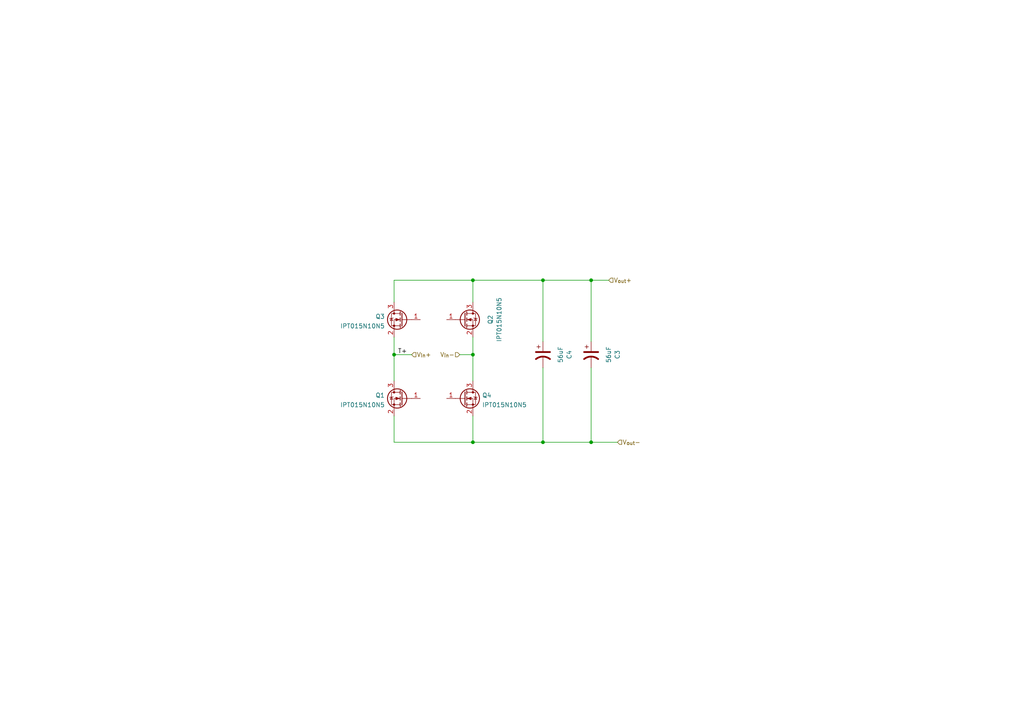
<source format=kicad_sch>
(kicad_sch (version 20210621) (generator eeschema)
  (paper "A4")
  (lib_symbols
    (symbol "Device:C_Polarized_US" (pin_numbers hide) (pin_names (offset 0.254) hide)
      (property "Reference" "C" (at 0.635 2.54 0))
      (property "Value" "C_Polarized_US" (at 0.635 -2.54 0))
      (symbol "C_Polarized_US_0_1"
        (polyline (pts (xy -2.032 0.762) (xy 2.032 0.762)) (stroke (width 0.508)))
        (polyline (pts (xy -1.778 2.286) (xy -0.762 2.286)))
        (polyline (pts (xy -1.27 1.778) (xy -1.27 2.794)))
        (arc (start 2.032 -1.27) (mid 0 -0.5572) (end -2.032 -1.27) (stroke (width 0.508)))
      )
      (symbol "C_Polarized_US_1_1"
        (pin passive line (at 0 3.81 270) (length 2.794) (name "~") (number "1"))
        (pin passive line (at 0 -3.81 90) (length 3.302) (name "~") (number "2"))
      )
    )
    (symbol "Transistor_FET:IPT015N10N5" (pin_names hide)
      (property "Reference" "Q" (at 5.08 1.905 0))
      (property "Value" "IPT015N10N5" (at 5.08 0 0))
      (symbol "IPT015N10N5_0_1"
        (polyline (pts (xy 0.254 0) (xy -2.54 0)))
        (polyline (pts (xy 0.254 1.905) (xy 0.254 -1.905)) (stroke (width 0.254)))
        (polyline (pts (xy 0.762 -1.27) (xy 0.762 -2.286)) (stroke (width 0.254)))
        (polyline (pts (xy 0.762 0.508) (xy 0.762 -0.508)) (stroke (width 0.254)))
        (polyline (pts (xy 0.762 2.286) (xy 0.762 1.27)) (stroke (width 0.254)))
        (polyline (pts (xy 2.54 2.54) (xy 2.54 1.778)))
        (polyline (pts (xy 2.54 -2.54) (xy 2.54 0) (xy 0.762 0)))
        (polyline (pts (xy 0.762 -1.778) (xy 3.302 -1.778) (xy 3.302 1.778) (xy 0.762 1.778)))
        (polyline (pts (xy 1.016 0) (xy 2.032 0.381) (xy 2.032 -0.381) (xy 1.016 0)) (fill (type outline)))
        (polyline (pts (xy 2.794 0.508) (xy 2.921 0.381) (xy 3.683 0.381) (xy 3.81 0.254)))
        (polyline (pts (xy 3.302 0.381) (xy 2.921 -0.254) (xy 3.683 -0.254) (xy 3.302 0.381)))
        (circle (center 1.651 0) (radius 2.794) (stroke (width 0.254)))
        (circle (center 2.54 -1.778) (radius 0.254) (fill (type outline)))
        (circle (center 2.54 1.778) (radius 0.254) (fill (type outline)))
      )
      (symbol "IPT015N10N5_1_1"
        (pin input line (at -5.08 0 0) (length 2.54) (name "G") (number "1"))
        (pin passive line (at 2.54 -5.08 90) (length 2.54) (name "S") (number "2"))
        (pin passive line (at 2.54 5.08 270) (length 2.54) (name "D") (number "3"))
      )
    )
  )
  (junction (at 137.16 128.27))
  (junction (at 157.48 128.27))
  (junction (at 171.45 128.27))
  (junction (at 171.45 81.28))
  (junction (at 137.16 102.87))
  (junction (at 157.48 81.28))
  (junction (at 114.3 102.87))
  (junction (at 137.16 81.28))
  (wire (pts (xy 171.45 106.68) (xy 171.45 128.27)))
  (wire (pts (xy 137.16 81.28) (xy 137.16 87.63)))
  (wire (pts (xy 119.38 102.87) (xy 114.3 102.87)))
  (wire (pts (xy 114.3 102.87) (xy 114.3 110.49)))
  (wire (pts (xy 114.3 97.79) (xy 114.3 102.87)))
  (wire (pts (xy 137.16 120.65) (xy 137.16 128.27)))
  (wire (pts (xy 114.3 120.65) (xy 114.3 128.27)))
  (wire (pts (xy 114.3 128.27) (xy 137.16 128.27)))
  (wire (pts (xy 114.3 81.28) (xy 137.16 81.28)))
  (wire (pts (xy 114.3 87.63) (xy 114.3 81.28)))
  (wire (pts (xy 171.45 81.28) (xy 176.53 81.28)))
  (wire (pts (xy 137.16 81.28) (xy 157.48 81.28)))
  (wire (pts (xy 157.48 81.28) (xy 171.45 81.28)))
  (wire (pts (xy 157.48 106.68) (xy 157.48 128.27)))
  (wire (pts (xy 137.16 102.87) (xy 137.16 97.79)))
  (wire (pts (xy 157.48 81.28) (xy 157.48 99.06)))
  (wire (pts (xy 171.45 128.27) (xy 179.07 128.27)))
  (wire (pts (xy 157.48 128.27) (xy 171.45 128.27)))
  (wire (pts (xy 137.16 128.27) (xy 157.48 128.27)))
  (wire (pts (xy 171.45 81.28) (xy 171.45 99.06)))
  (wire (pts (xy 137.16 102.87) (xy 137.16 110.49)))
  (wire (pts (xy 133.35 102.87) (xy 137.16 102.87)))
  (label "T+" (at 118.11 102.87 180))
  (hierarchical_label "V_{out}-" (shape input) (at 179.07 128.27 0))
  (hierarchical_label "V_{in}-" (shape input) (at 133.35 102.87 180))
  (hierarchical_label "V_{out}+" (shape input) (at 176.53 81.28 0))
  (hierarchical_label "V_{in}+" (shape input) (at 119.38 102.87 0))
  (symbol (lib_id "Transistor_FET:IPT015N10N5") (at 116.84 115.57 0) (mirror y) (unit 1)
    (property "Reference" "Q1" (at 111.633 114.6615 0) (effects (justify left)))
    (property "Value" "IPT015N10N5" (at 111.633 117.4366 0) (effects (justify left)))
    (property "Footprint" "Package_TO_SOT_SMD:Infineon_PG-HSOF-8-1" (effects hide))
    (property "Datasheet" "http://www.infineon.com/dgdl/Infineon-IPT015N10N5-DS-v02_01-EN.pdf?fileId=5546d4624a75e5f1014ac94680661aff" (effects hide))
  )
  (symbol (lib_id "Transistor_FET:IPT015N10N5") (at 116.84 92.71 0) (mirror y) (unit 1)
    (property "Reference" "Q3" (at 111.633 91.8015 0) (effects (justify left)))
    (property "Value" "IPT015N10N5" (at 111.633 94.5766 0) (effects (justify left)))
    (property "Footprint" "Package_TO_SOT_SMD:Infineon_PG-HSOF-8-1" (effects hide))
    (property "Datasheet" "http://www.infineon.com/dgdl/Infineon-IPT015N10N5-DS-v02_01-EN.pdf?fileId=5546d4624a75e5f1014ac94680661aff" (effects hide))
  )
  (symbol (lib_id "Transistor_FET:IPT015N10N5") (at 134.62 115.57 0) (unit 1)
    (property "Reference" "Q4" (at 139.827 114.6615 0) (effects (justify left)))
    (property "Value" "IPT015N10N5" (at 139.827 117.4366 0) (effects (justify left)))
    (property "Footprint" "Package_TO_SOT_SMD:Infineon_PG-HSOF-8-1" (effects hide))
    (property "Datasheet" "http://www.infineon.com/dgdl/Infineon-IPT015N10N5-DS-v02_01-EN.pdf?fileId=5546d4624a75e5f1014ac94680661aff" (effects hide))
  )
  (symbol (lib_id "Device:C_Polarized_US") (at 171.45 102.87 0) (unit 1)
    (property "Reference" "C3" (at 179.07 102.87 90))
    (property "Value" "56uF" (at 176.53 102.87 90))
    (property "Footprint" "Capacitor_THT:CP_Radial_D40.0mm_P10.00mm_SnapIn" (effects hide))
  )
  (symbol (lib_id "Device:C_Polarized_US") (at 157.48 102.87 0) (unit 1)
    (property "Reference" "C4" (at 165.1 102.87 90))
    (property "Value" "56uF" (at 162.56 102.87 90))
    (property "Footprint" "Capacitor_THT:CP_Radial_D40.0mm_P10.00mm_SnapIn" (effects hide))
  )
  (symbol (lib_id "Transistor_FET:IPT015N10N5") (at 134.62 92.71 0) (unit 1)
    (property "Reference" "Q2" (at 142.24 92.71 90))
    (property "Value" "IPT015N10N5" (at 144.78 92.71 90))
    (property "Footprint" "Package_TO_SOT_SMD:Infineon_PG-HSOF-8-1" (effects hide))
    (property "Datasheet" "http://www.infineon.com/dgdl/Infineon-IPT015N10N5-DS-v02_01-EN.pdf?fileId=5546d4624a75e5f1014ac94680661aff" (effects hide))
  )
)
</source>
